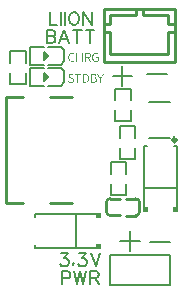
<source format=gto>
G04 Layer: TopSilkscreenLayer*
G04 EasyEDA v6.5.42, 2024-03-29 10:36:03*
G04 c5ab252c28e54aca980d21198c282c72,1c81c61d082a4d45aadf05aca8bab00c,10*
G04 Gerber Generator version 0.2*
G04 Scale: 100 percent, Rotated: No, Reflected: No *
G04 Dimensions in millimeters *
G04 leading zeros omitted , absolute positions ,4 integer and 5 decimal *
%FSLAX45Y45*%
%MOMM*%

%ADD10C,0.2032*%
%ADD11C,0.1524*%
%ADD12C,0.2540*%
%ADD13C,0.1500*%
%ADD14C,0.3000*%
%ADD15C,0.0153*%

%LPD*%
G36*
X691896Y5396992D02*
G01*
X682752Y5395569D01*
X675487Y5391556D01*
X670763Y5385409D01*
X669036Y5377688D01*
X670407Y5370525D01*
X673963Y5365191D01*
X678789Y5361381D01*
X684022Y5358638D01*
X699922Y5351526D01*
X703986Y5348884D01*
X706678Y5345226D01*
X707644Y5340096D01*
X706475Y5334914D01*
X703173Y5330901D01*
X697992Y5328310D01*
X691134Y5327396D01*
X685292Y5328056D01*
X679754Y5329885D01*
X674725Y5332882D01*
X670306Y5336794D01*
X665226Y5330952D01*
X670458Y5326481D01*
X676554Y5323027D01*
X683463Y5320792D01*
X691134Y5320030D01*
X696569Y5320436D01*
X701446Y5321655D01*
X705713Y5323535D01*
X709269Y5326075D01*
X712165Y5329123D01*
X714298Y5332679D01*
X715568Y5336590D01*
X716026Y5340858D01*
X714806Y5348020D01*
X711504Y5353405D01*
X706577Y5357520D01*
X700532Y5360670D01*
X685546Y5367274D01*
X681532Y5369814D01*
X678586Y5373319D01*
X677418Y5378196D01*
X678484Y5382971D01*
X681431Y5386578D01*
X686003Y5388864D01*
X691896Y5389626D01*
X696976Y5389118D01*
X701497Y5387695D01*
X705561Y5385460D01*
X709168Y5382514D01*
X713486Y5387848D01*
X709218Y5391505D01*
X704138Y5394401D01*
X698296Y5396331D01*
G37*
G36*
X721614Y5395722D02*
G01*
X721614Y5388610D01*
X744220Y5388610D01*
X744220Y5321300D01*
X752856Y5321300D01*
X752856Y5388610D01*
X775462Y5388610D01*
X775462Y5395722D01*
G37*
G36*
X788924Y5395722D02*
G01*
X788924Y5388864D01*
X806704Y5388864D01*
X813003Y5388356D01*
X818489Y5386832D01*
X823061Y5384342D01*
X826820Y5380939D01*
X829665Y5376621D01*
X831748Y5371490D01*
X832967Y5365597D01*
X833374Y5358892D01*
X832967Y5352084D01*
X831748Y5346039D01*
X829665Y5340807D01*
X826820Y5336387D01*
X823061Y5332882D01*
X818489Y5330291D01*
X813003Y5328716D01*
X806704Y5328158D01*
X797560Y5328158D01*
X797560Y5388864D01*
X788924Y5388864D01*
X788924Y5321300D01*
X807720Y5321300D01*
X813104Y5321604D01*
X818032Y5322468D01*
X822502Y5323890D01*
X826566Y5325872D01*
X830122Y5328361D01*
X833272Y5331307D01*
X835914Y5334812D01*
X838098Y5338775D01*
X839774Y5343144D01*
X841044Y5347970D01*
X841756Y5353253D01*
X842010Y5358892D01*
X841756Y5364530D01*
X841044Y5369712D01*
X839774Y5374487D01*
X838047Y5378805D01*
X835863Y5382666D01*
X833170Y5386070D01*
X830021Y5388965D01*
X826414Y5391353D01*
X822299Y5393232D01*
X817727Y5394604D01*
X812698Y5395468D01*
X807212Y5395722D01*
G37*
G36*
X858519Y5395722D02*
G01*
X858519Y5388864D01*
X878840Y5388864D01*
X886714Y5388203D01*
X892454Y5386070D01*
X895959Y5382209D01*
X897128Y5376418D01*
X896061Y5371134D01*
X892708Y5367121D01*
X886815Y5364581D01*
X878332Y5363718D01*
X866902Y5363718D01*
X866902Y5388864D01*
X858519Y5388864D01*
X858519Y5357368D01*
X880364Y5357368D01*
X889355Y5356504D01*
X895959Y5353913D01*
X900023Y5349544D01*
X901446Y5343398D01*
X900023Y5336489D01*
X895858Y5331663D01*
X889253Y5328818D01*
X880364Y5327904D01*
X866902Y5327904D01*
X866902Y5357368D01*
X858519Y5357368D01*
X858519Y5321300D01*
X881634Y5321300D01*
X887577Y5321655D01*
X893013Y5322620D01*
X897788Y5324348D01*
X901903Y5326684D01*
X905256Y5329783D01*
X907745Y5333492D01*
X909269Y5337962D01*
X909828Y5343144D01*
X908710Y5349951D01*
X905510Y5355183D01*
X900633Y5358841D01*
X894334Y5360924D01*
X894334Y5361432D01*
X899058Y5363870D01*
X902462Y5367528D01*
X904544Y5372150D01*
X905256Y5377434D01*
X904798Y5381955D01*
X903427Y5385765D01*
X901242Y5388914D01*
X898245Y5391454D01*
X894587Y5393334D01*
X890269Y5394706D01*
X885342Y5395468D01*
X879856Y5395722D01*
G37*
G36*
X912876Y5395722D02*
G01*
X935228Y5350510D01*
X935228Y5321300D01*
X943356Y5321300D01*
X943356Y5350510D01*
X965708Y5395722D01*
X957071Y5395722D01*
X939546Y5357876D01*
X939292Y5357876D01*
X921766Y5395722D01*
G37*
G36*
X699008Y5574792D02*
G01*
X692200Y5574131D01*
X686003Y5572099D01*
X680466Y5568848D01*
X675690Y5564428D01*
X671830Y5558891D01*
X668934Y5552287D01*
X667105Y5544718D01*
X666496Y5536184D01*
X667105Y5527700D01*
X668883Y5520131D01*
X671728Y5513578D01*
X675538Y5508040D01*
X680212Y5503672D01*
X685698Y5500471D01*
X691794Y5498490D01*
X698500Y5497830D01*
X705307Y5498541D01*
X711250Y5500573D01*
X716483Y5503926D01*
X721106Y5508498D01*
X716280Y5513832D01*
X712520Y5510123D01*
X708456Y5507431D01*
X703935Y5505754D01*
X698754Y5505196D01*
X693572Y5505754D01*
X688949Y5507380D01*
X684936Y5510072D01*
X681532Y5513679D01*
X678789Y5518200D01*
X676808Y5523534D01*
X675538Y5529630D01*
X675132Y5536438D01*
X675589Y5543245D01*
X676808Y5549341D01*
X678891Y5554624D01*
X681634Y5559094D01*
X685088Y5562650D01*
X689152Y5565241D01*
X693826Y5566867D01*
X699008Y5567426D01*
X703681Y5566918D01*
X707796Y5565495D01*
X711403Y5563260D01*
X714502Y5560314D01*
X719328Y5565648D01*
X715619Y5569102D01*
X710996Y5572048D01*
X705408Y5574030D01*
G37*
G36*
X901700Y5574792D02*
G01*
X896874Y5574487D01*
X892302Y5573572D01*
X888085Y5572099D01*
X884123Y5570067D01*
X880567Y5567527D01*
X877366Y5564428D01*
X874623Y5560872D01*
X872286Y5556808D01*
X870407Y5552287D01*
X869035Y5547309D01*
X868222Y5541975D01*
X867918Y5536184D01*
X868527Y5527700D01*
X870356Y5520131D01*
X873252Y5513578D01*
X877214Y5508040D01*
X881989Y5503672D01*
X887628Y5500471D01*
X893978Y5498490D01*
X900937Y5497830D01*
X907999Y5498439D01*
X914247Y5500217D01*
X919581Y5502859D01*
X923798Y5506212D01*
X923798Y5537200D01*
X899668Y5537200D01*
X899668Y5530088D01*
X915924Y5530088D01*
X915924Y5509768D01*
X913180Y5507888D01*
X909777Y5506415D01*
X905865Y5505500D01*
X901700Y5505196D01*
X896010Y5505754D01*
X891032Y5507380D01*
X886714Y5510072D01*
X883107Y5513679D01*
X880313Y5518200D01*
X878230Y5523534D01*
X876960Y5529630D01*
X876553Y5536438D01*
X877011Y5543245D01*
X878332Y5549341D01*
X880516Y5554624D01*
X883412Y5559094D01*
X887069Y5562650D01*
X891336Y5565241D01*
X896264Y5566867D01*
X901700Y5567426D01*
X907084Y5566867D01*
X911504Y5565292D01*
X915111Y5563057D01*
X918210Y5560314D01*
X922782Y5565648D01*
X919073Y5569000D01*
X914450Y5571947D01*
X908659Y5574030D01*
G37*
G36*
X735076Y5573522D02*
G01*
X735076Y5499100D01*
X743712Y5499100D01*
X743712Y5534660D01*
X779526Y5534660D01*
X779526Y5499100D01*
X787908Y5499100D01*
X787908Y5573522D01*
X779526Y5573522D01*
X779526Y5542026D01*
X743712Y5542026D01*
X743712Y5573522D01*
G37*
G36*
X808482Y5573522D02*
G01*
X808482Y5566664D01*
X830071Y5566664D01*
X837996Y5565952D01*
X843838Y5563616D01*
X847394Y5559399D01*
X848614Y5552948D01*
X847394Y5546344D01*
X843838Y5541772D01*
X837996Y5539079D01*
X830071Y5538216D01*
X816864Y5538216D01*
X816864Y5566664D01*
X808482Y5566664D01*
X808482Y5499100D01*
X816864Y5499100D01*
X816864Y5531104D01*
X830834Y5531104D01*
X849376Y5499100D01*
X859028Y5499100D01*
X839724Y5532120D01*
X846836Y5534710D01*
X852271Y5539028D01*
X855776Y5545074D01*
X856996Y5552948D01*
X856487Y5558231D01*
X855116Y5562600D01*
X852830Y5566156D01*
X849782Y5568950D01*
X846023Y5571032D01*
X841654Y5572455D01*
X836726Y5573268D01*
X831342Y5573522D01*
G37*
D10*
X1187957Y4063492D02*
G01*
X1187957Y3897376D01*
X1104900Y3980434D02*
G01*
X1271270Y3980434D01*
X1358900Y3967734D02*
G01*
X1525270Y3967734D01*
X1124457Y5460492D02*
G01*
X1124457Y5294376D01*
X1041400Y5377434D02*
G01*
X1207770Y5377434D01*
X1333500Y5390134D02*
G01*
X1499870Y5390134D01*
D11*
X607313Y3874515D02*
G01*
X664463Y3874515D01*
X633221Y3832860D01*
X648970Y3832860D01*
X659129Y3827779D01*
X664463Y3822700D01*
X669544Y3806952D01*
X669544Y3796537D01*
X664463Y3781044D01*
X654050Y3770629D01*
X638555Y3765550D01*
X622807Y3765550D01*
X607313Y3770629D01*
X601979Y3775710D01*
X596900Y3786123D01*
X709168Y3791457D02*
G01*
X703834Y3786123D01*
X709168Y3781044D01*
X714247Y3786123D01*
X709168Y3791457D01*
X758952Y3874515D02*
G01*
X816102Y3874515D01*
X784860Y3832860D01*
X800607Y3832860D01*
X811021Y3827779D01*
X816102Y3822700D01*
X821436Y3806952D01*
X821436Y3796537D01*
X816102Y3781044D01*
X805687Y3770629D01*
X790194Y3765550D01*
X774700Y3765550D01*
X758952Y3770629D01*
X753871Y3775710D01*
X748537Y3786123D01*
X855726Y3874515D02*
G01*
X897128Y3765550D01*
X938784Y3874515D02*
G01*
X897128Y3765550D01*
X508000Y5919215D02*
G01*
X508000Y5810250D01*
X508000Y5810250D02*
G01*
X570229Y5810250D01*
X604520Y5919215D02*
G01*
X604520Y5810250D01*
X638810Y5919215D02*
G01*
X638810Y5810250D01*
X704342Y5919215D02*
G01*
X693928Y5914136D01*
X683513Y5903721D01*
X678434Y5893307D01*
X673100Y5877560D01*
X673100Y5851652D01*
X678434Y5836157D01*
X683513Y5825744D01*
X693928Y5815329D01*
X704342Y5810250D01*
X725170Y5810250D01*
X735584Y5815329D01*
X745997Y5825744D01*
X751078Y5836157D01*
X756412Y5851652D01*
X756412Y5877560D01*
X751078Y5893307D01*
X745997Y5903721D01*
X735584Y5914136D01*
X725170Y5919215D01*
X704342Y5919215D01*
X790702Y5919215D02*
G01*
X790702Y5810250D01*
X790702Y5919215D02*
G01*
X863345Y5810250D01*
X863345Y5919215D02*
G01*
X863345Y5810250D01*
X482600Y5766815D02*
G01*
X482600Y5657850D01*
X482600Y5766815D02*
G01*
X529336Y5766815D01*
X544829Y5761736D01*
X550163Y5756402D01*
X555244Y5745987D01*
X555244Y5735573D01*
X550163Y5725160D01*
X544829Y5720079D01*
X529336Y5715000D01*
X482600Y5715000D02*
G01*
X529336Y5715000D01*
X544829Y5709665D01*
X550163Y5704586D01*
X555244Y5694171D01*
X555244Y5678423D01*
X550163Y5668010D01*
X544829Y5662929D01*
X529336Y5657850D01*
X482600Y5657850D01*
X631189Y5766815D02*
G01*
X589534Y5657850D01*
X631189Y5766815D02*
G01*
X672845Y5657850D01*
X605281Y5694171D02*
G01*
X657097Y5694171D01*
X743457Y5766815D02*
G01*
X743457Y5657850D01*
X707136Y5766815D02*
G01*
X779779Y5766815D01*
X850392Y5766815D02*
G01*
X850392Y5657850D01*
X814070Y5766815D02*
G01*
X886713Y5766815D01*
X609600Y3722115D02*
G01*
X609600Y3613150D01*
X609600Y3722115D02*
G01*
X656336Y3722115D01*
X671829Y3717036D01*
X677163Y3711702D01*
X682244Y3701287D01*
X682244Y3685794D01*
X677163Y3675379D01*
X671829Y3670300D01*
X656336Y3664965D01*
X609600Y3664965D01*
X716534Y3722115D02*
G01*
X742695Y3613150D01*
X768604Y3722115D02*
G01*
X742695Y3613150D01*
X768604Y3722115D02*
G01*
X794512Y3613150D01*
X820420Y3722115D02*
G01*
X794512Y3613150D01*
X854710Y3722115D02*
G01*
X854710Y3613150D01*
X854710Y3722115D02*
G01*
X901700Y3722115D01*
X917194Y3717036D01*
X922273Y3711702D01*
X927607Y3701287D01*
X927607Y3690873D01*
X922273Y3680460D01*
X917194Y3675379D01*
X901700Y3670300D01*
X854710Y3670300D01*
X891286Y3670300D02*
G01*
X927607Y3613150D01*
G36*
X899820Y3954424D02*
G01*
X899718Y3913784D01*
X945438Y3913784D01*
X945794Y3953967D01*
G37*
G36*
X899007Y4214266D02*
G01*
X898855Y4173575D01*
X944575Y4173575D01*
X944981Y4213809D01*
G37*
G36*
X1297584Y4269181D02*
G01*
X1297584Y4223461D01*
X1337767Y4223105D01*
X1338224Y4269079D01*
G37*
G36*
X1557375Y4270044D02*
G01*
X1557375Y4224324D01*
X1597609Y4223918D01*
X1598066Y4269892D01*
G37*
D12*
X1562023Y5753100D02*
G01*
X1511223Y5753100D01*
X1511223Y5562600D01*
X1015923Y5562600D01*
X1015923Y5753100D01*
X977823Y5753100D01*
X969919Y5816600D02*
G01*
X1020719Y5816600D01*
X1020719Y5892800D01*
X1236619Y5892800D01*
X1236619Y5943600D01*
X1562023Y5816600D02*
G01*
X1511223Y5816600D01*
X1511223Y5892800D01*
X1295323Y5892800D01*
X1295323Y5943600D01*
X1569923Y5498490D02*
G01*
X969924Y5498490D01*
X969924Y5948502D01*
X1569923Y5948502D01*
X1569923Y5498490D01*
D13*
X460621Y5404388D02*
G01*
X461617Y5404388D01*
X494621Y5371383D01*
X460621Y5336385D02*
G01*
X460621Y5337383D01*
X494621Y5371383D01*
X460621Y5336385D02*
G01*
X460621Y5404388D01*
X458617Y5296377D02*
G01*
X343616Y5296377D01*
X458617Y5446389D02*
G01*
X343616Y5446389D01*
X343616Y5296387D02*
G01*
X343616Y5444380D01*
X496618Y5446621D02*
G01*
X601629Y5446621D01*
X631624Y5406613D02*
G01*
X631624Y5416616D01*
X601629Y5446621D01*
X631624Y5336618D02*
G01*
X631624Y5406613D01*
X631624Y5336618D02*
G01*
X631624Y5326603D01*
X601629Y5296608D01*
X496618Y5296608D02*
G01*
X601629Y5296608D01*
X460621Y5371383D02*
G01*
X494621Y5371383D01*
D10*
X1524000Y3860800D02*
G01*
X1524000Y3609339D01*
X1016000Y3609339D01*
X1016000Y3860800D01*
X1524000Y3860800D01*
D11*
X175239Y5405678D02*
G01*
X175239Y5309791D01*
X307360Y5309791D01*
X307360Y5405678D01*
X175239Y5490921D02*
G01*
X175239Y5586808D01*
X307360Y5586808D01*
X307360Y5490921D01*
X1102339Y4770678D02*
G01*
X1102339Y4674791D01*
X1234460Y4674791D01*
X1234460Y4770678D01*
X1102339Y4855921D02*
G01*
X1102339Y4951808D01*
X1234460Y4951808D01*
X1234460Y4855921D01*
X1158260Y4551121D02*
G01*
X1158260Y4647008D01*
X1026139Y4647008D01*
X1026139Y4551121D01*
X1158260Y4465878D02*
G01*
X1158260Y4369991D01*
X1026139Y4369991D01*
X1026139Y4465878D01*
X1196360Y5173421D02*
G01*
X1196360Y5269308D01*
X1064239Y5269308D01*
X1064239Y5173421D01*
X1196360Y5088178D02*
G01*
X1196360Y4992291D01*
X1064239Y4992291D01*
X1064239Y5088178D01*
D13*
X460496Y5582338D02*
G01*
X461487Y5582338D01*
X494497Y5549336D01*
X460496Y5514334D02*
G01*
X460496Y5515335D01*
X494497Y5549336D01*
X460496Y5514334D02*
G01*
X460496Y5582338D01*
X458492Y5474332D02*
G01*
X343486Y5474332D01*
X458492Y5624344D02*
G01*
X343486Y5624344D01*
X343486Y5474337D02*
G01*
X343486Y5622335D01*
X496493Y5624573D02*
G01*
X601505Y5624573D01*
X631499Y5584563D02*
G01*
X631499Y5594565D01*
X601505Y5624573D01*
X631499Y5514571D02*
G01*
X631499Y5584563D01*
X631499Y5514571D02*
G01*
X631499Y5504555D01*
X601505Y5474561D01*
X496493Y5474561D02*
G01*
X601505Y5474561D01*
X460496Y5549336D02*
G01*
X494497Y5549336D01*
D12*
X1269301Y4307177D02*
G01*
X1269301Y4227174D01*
X1158326Y4338162D02*
G01*
X1238323Y4338162D01*
X1158326Y4196196D02*
G01*
X1238323Y4196196D01*
X1100736Y4338744D02*
G01*
X1020737Y4338744D01*
X989754Y4307761D02*
G01*
X989754Y4227763D01*
X1100736Y4196783D02*
G01*
X1020737Y4196783D01*
D11*
X736092Y3921379D02*
G01*
X736092Y4206620D01*
X907318Y3921379D02*
G01*
X388081Y3921379D01*
X388371Y4181561D02*
G01*
X387703Y4205483D01*
X388081Y3921379D02*
G01*
X387413Y3945300D01*
X907318Y4206620D02*
G01*
X388081Y4206620D01*
X1305179Y4432807D02*
G01*
X1590420Y4432807D01*
X1305179Y4261581D02*
G01*
X1305179Y4780818D01*
X1565361Y4780528D02*
G01*
X1589283Y4781196D01*
X1305179Y4780818D02*
G01*
X1329100Y4781486D01*
X1590420Y4261581D02*
G01*
X1590420Y4780818D01*
X1524020Y5157718D02*
G01*
X1346179Y5157718D01*
X1524020Y4849881D02*
G01*
X1346179Y4849881D01*
D12*
X510133Y5196697D02*
G01*
X696424Y5196697D01*
X138295Y4302699D02*
G01*
X138295Y5196697D01*
X286425Y5196697D01*
X510098Y4302699D02*
G01*
X696460Y4302699D01*
X138295Y4302699D02*
G01*
X286461Y4302699D01*
G75*
G01*
X989749Y4307761D02*
G02*
X1020732Y4338744I30983J0D01*
G75*
G01*
X1020732Y4196778D02*
G02*
X989749Y4227764I0J30983D01*
G75*
G01*
X1238319Y4338163D02*
G02*
X1269301Y4307177I0J-30983D01*
G75*
G01*
X1269301Y4227180D02*
G02*
X1238319Y4196197I-30982J0D01*
D14*
G75*
G01
X1580261Y4836973D02*
G03X1580261Y4836973I-15011J0D01*
M02*

</source>
